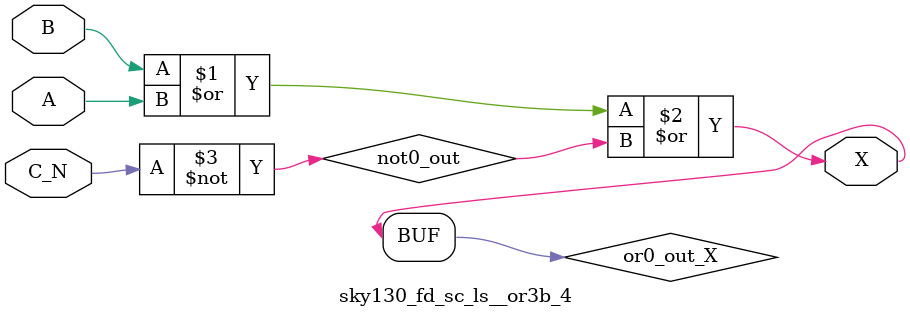
<source format=v>
/*
 * Copyright 2020 The SkyWater PDK Authors
 *
 * Licensed under the Apache License, Version 2.0 (the "License");
 * you may not use this file except in compliance with the License.
 * You may obtain a copy of the License at
 *
 *     https://www.apache.org/licenses/LICENSE-2.0
 *
 * Unless required by applicable law or agreed to in writing, software
 * distributed under the License is distributed on an "AS IS" BASIS,
 * WITHOUT WARRANTIES OR CONDITIONS OF ANY KIND, either express or implied.
 * See the License for the specific language governing permissions and
 * limitations under the License.
 *
 * SPDX-License-Identifier: Apache-2.0
*/


`ifndef SKY130_FD_SC_LS__OR3B_4_FUNCTIONAL_V
`define SKY130_FD_SC_LS__OR3B_4_FUNCTIONAL_V

/**
 * or3b: 3-input OR, first input inverted.
 *
 * Verilog simulation functional model.
 */

`timescale 1ns / 1ps
`default_nettype none

`celldefine
module sky130_fd_sc_ls__or3b_4 (
    X  ,
    A  ,
    B  ,
    C_N
);

    // Module ports
    output X  ;
    input  A  ;
    input  B  ;
    input  C_N;

    // Local signals
    wire not0_out ;
    wire or0_out_X;

    //  Name  Output     Other arguments
    not not0 (not0_out , C_N            );
    or  or0  (or0_out_X, B, A, not0_out );
    buf buf0 (X        , or0_out_X      );

endmodule
`endcelldefine

`default_nettype wire
`endif  // SKY130_FD_SC_LS__OR3B_4_FUNCTIONAL_V

</source>
